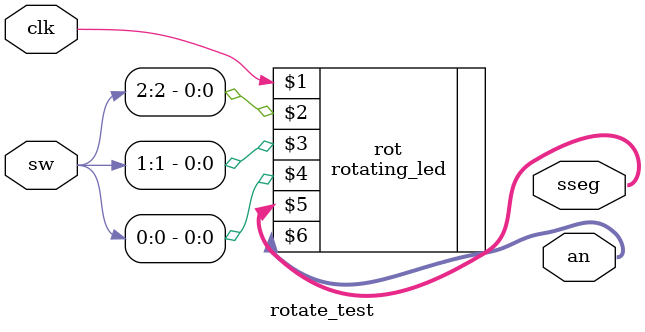
<source format=v>
`timescale 1ns / 1ps
module rotate_test(
	input wire [2:0] sw,
	input wire clk,
	output wire [7:0] sseg,
	output wire [3:0] an
    );
	 
	rotating_led rot (clk, sw[2], sw[1], sw[0], sseg, an);

endmodule

</source>
